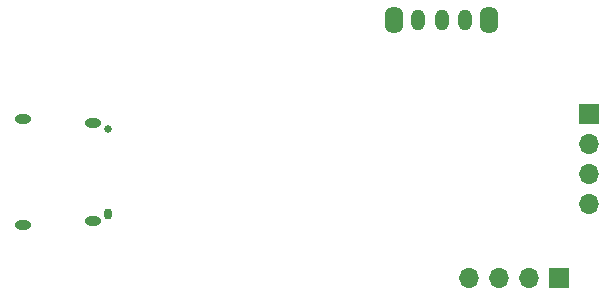
<source format=gbr>
%TF.GenerationSoftware,KiCad,Pcbnew,7.0.1*%
%TF.CreationDate,2023-09-30T16:00:22-04:00*%
%TF.ProjectId,usb_demonstrator,7573625f-6465-46d6-9f6e-73747261746f,rev?*%
%TF.SameCoordinates,Original*%
%TF.FileFunction,Soldermask,Bot*%
%TF.FilePolarity,Negative*%
%FSLAX46Y46*%
G04 Gerber Fmt 4.6, Leading zero omitted, Abs format (unit mm)*
G04 Created by KiCad (PCBNEW 7.0.1) date 2023-09-30 16:00:22*
%MOMM*%
%LPD*%
G01*
G04 APERTURE LIST*
%ADD10C,0.650000*%
%ADD11O,0.650000X0.950000*%
%ADD12O,1.400000X0.800000*%
%ADD13R,1.700000X1.700000*%
%ADD14O,1.700000X1.700000*%
%ADD15O,1.600000X2.300000*%
%ADD16O,1.200000X1.800000*%
G04 APERTURE END LIST*
D10*
%TO.C,J3*%
X136240000Y-86730000D03*
D11*
X136240000Y-93930000D03*
D12*
X129040000Y-85840000D03*
X134990000Y-86200000D03*
X134990000Y-94460000D03*
X129040000Y-94820000D03*
%TD*%
D13*
%TO.C,J2*%
X174440000Y-99315000D03*
D14*
X171900000Y-99315000D03*
X169360000Y-99315000D03*
X166820000Y-99315000D03*
%TD*%
D15*
%TO.C,SW2*%
X160500000Y-77500000D03*
X168500000Y-77500000D03*
D16*
X162500000Y-77500000D03*
X164500000Y-77500000D03*
X166500000Y-77500000D03*
%TD*%
D13*
%TO.C,J1*%
X177000000Y-85460000D03*
D14*
X177000000Y-88000000D03*
X177000000Y-90540000D03*
X177000000Y-93080000D03*
%TD*%
M02*

</source>
